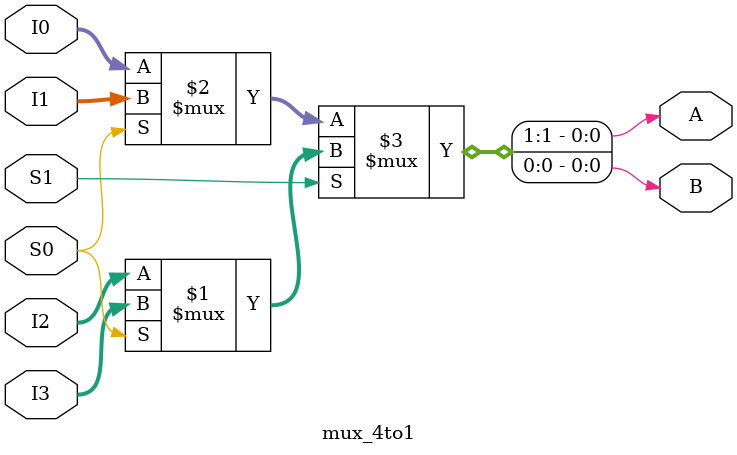
<source format=v>
`timescale 1ns / 1ps


module mux_4to1(I0,I1,I2,I3,S0,S1,A, B);
input [1:0] I0,I1,I2,I3;
input S0,S1;
output A, B;

assign {A,B} = S1 ? (S0 ? I3:I2):(S0 ? I1:I0);

endmodule

</source>
